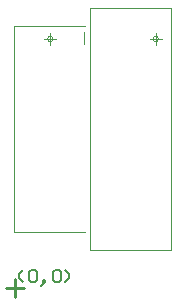
<source format=gbr>
%TF.GenerationSoftware,Altium Limited,Altium Designer,25.4.2 (15)*%
G04 Layer_Color=32768*
%FSLAX45Y45*%
%MOMM*%
%TF.SameCoordinates,CEB5D3C2-0C51-4B95-AE11-DBC00170FBBE*%
%TF.FilePolarity,Positive*%
%TF.FileFunction,Other,Assembly_Notes*%
%TF.Part,Single*%
G01*
G75*
%TA.AperFunction,NonConductor*%
%ADD20C,0.20000*%
%ADD27C,0.10000*%
%ADD28C,0.25400*%
D20*
X73322Y53322D02*
X40000Y86645D01*
Y119968D01*
X73322Y153290D01*
X123306Y136629D02*
X139968Y153290D01*
X173290D01*
X189951Y136629D01*
Y69984D01*
X173290Y53322D01*
X139968D01*
X123306Y69984D01*
Y136629D01*
X239936Y36661D02*
X256597Y53322D01*
Y69984D01*
X239936D01*
Y53322D01*
X256597D01*
X239936Y36661D01*
X223274Y20000D01*
X323242Y136629D02*
X339903Y153290D01*
X373226D01*
X389887Y136629D01*
Y69984D01*
X373226Y53322D01*
X339903D01*
X323242Y69984D01*
Y136629D01*
X423210Y53322D02*
X456532Y86645D01*
Y119968D01*
X423210Y153290D01*
D27*
X1218360Y2110002D02*
G03*
X1218360Y2110002I-22361J0D01*
G01*
X322361Y2110000D02*
G03*
X322361Y2110000I-22361J0D01*
G01*
X1030998Y2374080D02*
X1085999D01*
X1325999D01*
X1026920D02*
X1030998D01*
X1145999Y2110002D02*
X1245999D01*
X1195999Y2060002D02*
Y2160002D01*
X1325999Y1320002D02*
Y2374080D01*
X640999Y325002D02*
Y2374080D01*
Y325002D02*
X1325999D01*
X640999Y2374080D02*
X1026920D01*
X1325999Y325002D02*
Y1320002D01*
X250000Y2110000D02*
X350000D01*
X300000Y2060000D02*
Y2160000D01*
X-3000Y2220000D02*
X592000D01*
X-3000Y480000D02*
X592000D01*
X590000Y2065000D02*
Y2165000D01*
X-3000Y480000D02*
Y2220000D01*
D28*
X0Y-76200D02*
Y76200D01*
X-76200Y0D02*
X76200D01*
%TF.MD5,5d9ca8db4552811b2162dc5659427125*%
M02*

</source>
